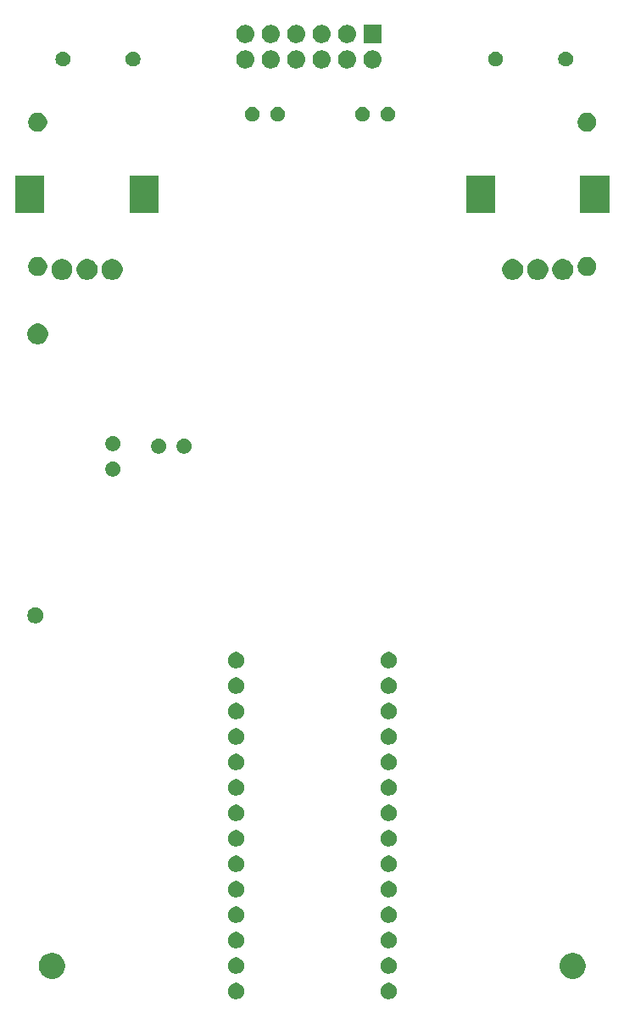
<source format=gbs>
G04 #@! TF.GenerationSoftware,KiCad,Pcbnew,(5.1.2)-2*
G04 #@! TF.CreationDate,2019-11-23T11:04:55-05:00*
G04 #@! TF.ProjectId,tdm_mainboard,74646d5f-6d61-4696-9e62-6f6172642e6b,rev?*
G04 #@! TF.SameCoordinates,Original*
G04 #@! TF.FileFunction,Soldermask,Bot*
G04 #@! TF.FilePolarity,Negative*
%FSLAX46Y46*%
G04 Gerber Fmt 4.6, Leading zero omitted, Abs format (unit mm)*
G04 Created by KiCad (PCBNEW (5.1.2)-2) date 2019-11-23 11:04:55*
%MOMM*%
%LPD*%
G04 APERTURE LIST*
%ADD10C,0.100000*%
G04 APERTURE END LIST*
D10*
G36*
X57857142Y-117728242D02*
G01*
X58005101Y-117789529D01*
X58138255Y-117878499D01*
X58251501Y-117991745D01*
X58340471Y-118124899D01*
X58401758Y-118272858D01*
X58433000Y-118429925D01*
X58433000Y-118590075D01*
X58401758Y-118747142D01*
X58340471Y-118895101D01*
X58251501Y-119028255D01*
X58138255Y-119141501D01*
X58005101Y-119230471D01*
X57857142Y-119291758D01*
X57700075Y-119323000D01*
X57539925Y-119323000D01*
X57382858Y-119291758D01*
X57234899Y-119230471D01*
X57101745Y-119141501D01*
X56988499Y-119028255D01*
X56899529Y-118895101D01*
X56838242Y-118747142D01*
X56807000Y-118590075D01*
X56807000Y-118429925D01*
X56838242Y-118272858D01*
X56899529Y-118124899D01*
X56988499Y-117991745D01*
X57101745Y-117878499D01*
X57234899Y-117789529D01*
X57382858Y-117728242D01*
X57539925Y-117697000D01*
X57700075Y-117697000D01*
X57857142Y-117728242D01*
X57857142Y-117728242D01*
G37*
G36*
X42617142Y-117728242D02*
G01*
X42765101Y-117789529D01*
X42898255Y-117878499D01*
X43011501Y-117991745D01*
X43100471Y-118124899D01*
X43161758Y-118272858D01*
X43193000Y-118429925D01*
X43193000Y-118590075D01*
X43161758Y-118747142D01*
X43100471Y-118895101D01*
X43011501Y-119028255D01*
X42898255Y-119141501D01*
X42765101Y-119230471D01*
X42617142Y-119291758D01*
X42460075Y-119323000D01*
X42299925Y-119323000D01*
X42142858Y-119291758D01*
X41994899Y-119230471D01*
X41861745Y-119141501D01*
X41748499Y-119028255D01*
X41659529Y-118895101D01*
X41598242Y-118747142D01*
X41567000Y-118590075D01*
X41567000Y-118429925D01*
X41598242Y-118272858D01*
X41659529Y-118124899D01*
X41748499Y-117991745D01*
X41861745Y-117878499D01*
X41994899Y-117789529D01*
X42142858Y-117728242D01*
X42299925Y-117697000D01*
X42460075Y-117697000D01*
X42617142Y-117728242D01*
X42617142Y-117728242D01*
G37*
G36*
X24379487Y-114748996D02*
G01*
X24616253Y-114847068D01*
X24616255Y-114847069D01*
X24829339Y-114989447D01*
X25010553Y-115170661D01*
X25122699Y-115338499D01*
X25152932Y-115383747D01*
X25251004Y-115620513D01*
X25301000Y-115871861D01*
X25301000Y-116128139D01*
X25251004Y-116379487D01*
X25159043Y-116601499D01*
X25152931Y-116616255D01*
X25010553Y-116829339D01*
X24829339Y-117010553D01*
X24616255Y-117152931D01*
X24616254Y-117152932D01*
X24616253Y-117152932D01*
X24379487Y-117251004D01*
X24128139Y-117301000D01*
X23871861Y-117301000D01*
X23620513Y-117251004D01*
X23383747Y-117152932D01*
X23383746Y-117152932D01*
X23383745Y-117152931D01*
X23170661Y-117010553D01*
X22989447Y-116829339D01*
X22847069Y-116616255D01*
X22840957Y-116601499D01*
X22748996Y-116379487D01*
X22699000Y-116128139D01*
X22699000Y-115871861D01*
X22748996Y-115620513D01*
X22847068Y-115383747D01*
X22877302Y-115338499D01*
X22989447Y-115170661D01*
X23170661Y-114989447D01*
X23383745Y-114847069D01*
X23383747Y-114847068D01*
X23620513Y-114748996D01*
X23871861Y-114699000D01*
X24128139Y-114699000D01*
X24379487Y-114748996D01*
X24379487Y-114748996D01*
G37*
G36*
X76379487Y-114748996D02*
G01*
X76616253Y-114847068D01*
X76616255Y-114847069D01*
X76829339Y-114989447D01*
X77010553Y-115170661D01*
X77122699Y-115338499D01*
X77152932Y-115383747D01*
X77251004Y-115620513D01*
X77301000Y-115871861D01*
X77301000Y-116128139D01*
X77251004Y-116379487D01*
X77159043Y-116601499D01*
X77152931Y-116616255D01*
X77010553Y-116829339D01*
X76829339Y-117010553D01*
X76616255Y-117152931D01*
X76616254Y-117152932D01*
X76616253Y-117152932D01*
X76379487Y-117251004D01*
X76128139Y-117301000D01*
X75871861Y-117301000D01*
X75620513Y-117251004D01*
X75383747Y-117152932D01*
X75383746Y-117152932D01*
X75383745Y-117152931D01*
X75170661Y-117010553D01*
X74989447Y-116829339D01*
X74847069Y-116616255D01*
X74840957Y-116601499D01*
X74748996Y-116379487D01*
X74699000Y-116128139D01*
X74699000Y-115871861D01*
X74748996Y-115620513D01*
X74847068Y-115383747D01*
X74877302Y-115338499D01*
X74989447Y-115170661D01*
X75170661Y-114989447D01*
X75383745Y-114847069D01*
X75383747Y-114847068D01*
X75620513Y-114748996D01*
X75871861Y-114699000D01*
X76128139Y-114699000D01*
X76379487Y-114748996D01*
X76379487Y-114748996D01*
G37*
G36*
X42617142Y-115188242D02*
G01*
X42765101Y-115249529D01*
X42898255Y-115338499D01*
X43011501Y-115451745D01*
X43100471Y-115584899D01*
X43161758Y-115732858D01*
X43193000Y-115889925D01*
X43193000Y-116050075D01*
X43161758Y-116207142D01*
X43100471Y-116355101D01*
X43011501Y-116488255D01*
X42898255Y-116601501D01*
X42765101Y-116690471D01*
X42617142Y-116751758D01*
X42460075Y-116783000D01*
X42299925Y-116783000D01*
X42142858Y-116751758D01*
X41994899Y-116690471D01*
X41861745Y-116601501D01*
X41748499Y-116488255D01*
X41659529Y-116355101D01*
X41598242Y-116207142D01*
X41567000Y-116050075D01*
X41567000Y-115889925D01*
X41598242Y-115732858D01*
X41659529Y-115584899D01*
X41748499Y-115451745D01*
X41861745Y-115338499D01*
X41994899Y-115249529D01*
X42142858Y-115188242D01*
X42299925Y-115157000D01*
X42460075Y-115157000D01*
X42617142Y-115188242D01*
X42617142Y-115188242D01*
G37*
G36*
X57857142Y-115188242D02*
G01*
X58005101Y-115249529D01*
X58138255Y-115338499D01*
X58251501Y-115451745D01*
X58340471Y-115584899D01*
X58401758Y-115732858D01*
X58433000Y-115889925D01*
X58433000Y-116050075D01*
X58401758Y-116207142D01*
X58340471Y-116355101D01*
X58251501Y-116488255D01*
X58138255Y-116601501D01*
X58005101Y-116690471D01*
X57857142Y-116751758D01*
X57700075Y-116783000D01*
X57539925Y-116783000D01*
X57382858Y-116751758D01*
X57234899Y-116690471D01*
X57101745Y-116601501D01*
X56988499Y-116488255D01*
X56899529Y-116355101D01*
X56838242Y-116207142D01*
X56807000Y-116050075D01*
X56807000Y-115889925D01*
X56838242Y-115732858D01*
X56899529Y-115584899D01*
X56988499Y-115451745D01*
X57101745Y-115338499D01*
X57234899Y-115249529D01*
X57382858Y-115188242D01*
X57539925Y-115157000D01*
X57700075Y-115157000D01*
X57857142Y-115188242D01*
X57857142Y-115188242D01*
G37*
G36*
X57857142Y-112648242D02*
G01*
X58005101Y-112709529D01*
X58138255Y-112798499D01*
X58251501Y-112911745D01*
X58340471Y-113044899D01*
X58401758Y-113192858D01*
X58433000Y-113349925D01*
X58433000Y-113510075D01*
X58401758Y-113667142D01*
X58340471Y-113815101D01*
X58251501Y-113948255D01*
X58138255Y-114061501D01*
X58005101Y-114150471D01*
X57857142Y-114211758D01*
X57700075Y-114243000D01*
X57539925Y-114243000D01*
X57382858Y-114211758D01*
X57234899Y-114150471D01*
X57101745Y-114061501D01*
X56988499Y-113948255D01*
X56899529Y-113815101D01*
X56838242Y-113667142D01*
X56807000Y-113510075D01*
X56807000Y-113349925D01*
X56838242Y-113192858D01*
X56899529Y-113044899D01*
X56988499Y-112911745D01*
X57101745Y-112798499D01*
X57234899Y-112709529D01*
X57382858Y-112648242D01*
X57539925Y-112617000D01*
X57700075Y-112617000D01*
X57857142Y-112648242D01*
X57857142Y-112648242D01*
G37*
G36*
X42617142Y-112648242D02*
G01*
X42765101Y-112709529D01*
X42898255Y-112798499D01*
X43011501Y-112911745D01*
X43100471Y-113044899D01*
X43161758Y-113192858D01*
X43193000Y-113349925D01*
X43193000Y-113510075D01*
X43161758Y-113667142D01*
X43100471Y-113815101D01*
X43011501Y-113948255D01*
X42898255Y-114061501D01*
X42765101Y-114150471D01*
X42617142Y-114211758D01*
X42460075Y-114243000D01*
X42299925Y-114243000D01*
X42142858Y-114211758D01*
X41994899Y-114150471D01*
X41861745Y-114061501D01*
X41748499Y-113948255D01*
X41659529Y-113815101D01*
X41598242Y-113667142D01*
X41567000Y-113510075D01*
X41567000Y-113349925D01*
X41598242Y-113192858D01*
X41659529Y-113044899D01*
X41748499Y-112911745D01*
X41861745Y-112798499D01*
X41994899Y-112709529D01*
X42142858Y-112648242D01*
X42299925Y-112617000D01*
X42460075Y-112617000D01*
X42617142Y-112648242D01*
X42617142Y-112648242D01*
G37*
G36*
X57857142Y-110108242D02*
G01*
X58005101Y-110169529D01*
X58138255Y-110258499D01*
X58251501Y-110371745D01*
X58340471Y-110504899D01*
X58401758Y-110652858D01*
X58433000Y-110809925D01*
X58433000Y-110970075D01*
X58401758Y-111127142D01*
X58340471Y-111275101D01*
X58251501Y-111408255D01*
X58138255Y-111521501D01*
X58005101Y-111610471D01*
X57857142Y-111671758D01*
X57700075Y-111703000D01*
X57539925Y-111703000D01*
X57382858Y-111671758D01*
X57234899Y-111610471D01*
X57101745Y-111521501D01*
X56988499Y-111408255D01*
X56899529Y-111275101D01*
X56838242Y-111127142D01*
X56807000Y-110970075D01*
X56807000Y-110809925D01*
X56838242Y-110652858D01*
X56899529Y-110504899D01*
X56988499Y-110371745D01*
X57101745Y-110258499D01*
X57234899Y-110169529D01*
X57382858Y-110108242D01*
X57539925Y-110077000D01*
X57700075Y-110077000D01*
X57857142Y-110108242D01*
X57857142Y-110108242D01*
G37*
G36*
X42617142Y-110108242D02*
G01*
X42765101Y-110169529D01*
X42898255Y-110258499D01*
X43011501Y-110371745D01*
X43100471Y-110504899D01*
X43161758Y-110652858D01*
X43193000Y-110809925D01*
X43193000Y-110970075D01*
X43161758Y-111127142D01*
X43100471Y-111275101D01*
X43011501Y-111408255D01*
X42898255Y-111521501D01*
X42765101Y-111610471D01*
X42617142Y-111671758D01*
X42460075Y-111703000D01*
X42299925Y-111703000D01*
X42142858Y-111671758D01*
X41994899Y-111610471D01*
X41861745Y-111521501D01*
X41748499Y-111408255D01*
X41659529Y-111275101D01*
X41598242Y-111127142D01*
X41567000Y-110970075D01*
X41567000Y-110809925D01*
X41598242Y-110652858D01*
X41659529Y-110504899D01*
X41748499Y-110371745D01*
X41861745Y-110258499D01*
X41994899Y-110169529D01*
X42142858Y-110108242D01*
X42299925Y-110077000D01*
X42460075Y-110077000D01*
X42617142Y-110108242D01*
X42617142Y-110108242D01*
G37*
G36*
X57857142Y-107568242D02*
G01*
X58005101Y-107629529D01*
X58138255Y-107718499D01*
X58251501Y-107831745D01*
X58340471Y-107964899D01*
X58401758Y-108112858D01*
X58433000Y-108269925D01*
X58433000Y-108430075D01*
X58401758Y-108587142D01*
X58340471Y-108735101D01*
X58251501Y-108868255D01*
X58138255Y-108981501D01*
X58005101Y-109070471D01*
X57857142Y-109131758D01*
X57700075Y-109163000D01*
X57539925Y-109163000D01*
X57382858Y-109131758D01*
X57234899Y-109070471D01*
X57101745Y-108981501D01*
X56988499Y-108868255D01*
X56899529Y-108735101D01*
X56838242Y-108587142D01*
X56807000Y-108430075D01*
X56807000Y-108269925D01*
X56838242Y-108112858D01*
X56899529Y-107964899D01*
X56988499Y-107831745D01*
X57101745Y-107718499D01*
X57234899Y-107629529D01*
X57382858Y-107568242D01*
X57539925Y-107537000D01*
X57700075Y-107537000D01*
X57857142Y-107568242D01*
X57857142Y-107568242D01*
G37*
G36*
X42617142Y-107568242D02*
G01*
X42765101Y-107629529D01*
X42898255Y-107718499D01*
X43011501Y-107831745D01*
X43100471Y-107964899D01*
X43161758Y-108112858D01*
X43193000Y-108269925D01*
X43193000Y-108430075D01*
X43161758Y-108587142D01*
X43100471Y-108735101D01*
X43011501Y-108868255D01*
X42898255Y-108981501D01*
X42765101Y-109070471D01*
X42617142Y-109131758D01*
X42460075Y-109163000D01*
X42299925Y-109163000D01*
X42142858Y-109131758D01*
X41994899Y-109070471D01*
X41861745Y-108981501D01*
X41748499Y-108868255D01*
X41659529Y-108735101D01*
X41598242Y-108587142D01*
X41567000Y-108430075D01*
X41567000Y-108269925D01*
X41598242Y-108112858D01*
X41659529Y-107964899D01*
X41748499Y-107831745D01*
X41861745Y-107718499D01*
X41994899Y-107629529D01*
X42142858Y-107568242D01*
X42299925Y-107537000D01*
X42460075Y-107537000D01*
X42617142Y-107568242D01*
X42617142Y-107568242D01*
G37*
G36*
X42617142Y-105028242D02*
G01*
X42765101Y-105089529D01*
X42898255Y-105178499D01*
X43011501Y-105291745D01*
X43100471Y-105424899D01*
X43161758Y-105572858D01*
X43193000Y-105729925D01*
X43193000Y-105890075D01*
X43161758Y-106047142D01*
X43100471Y-106195101D01*
X43011501Y-106328255D01*
X42898255Y-106441501D01*
X42765101Y-106530471D01*
X42617142Y-106591758D01*
X42460075Y-106623000D01*
X42299925Y-106623000D01*
X42142858Y-106591758D01*
X41994899Y-106530471D01*
X41861745Y-106441501D01*
X41748499Y-106328255D01*
X41659529Y-106195101D01*
X41598242Y-106047142D01*
X41567000Y-105890075D01*
X41567000Y-105729925D01*
X41598242Y-105572858D01*
X41659529Y-105424899D01*
X41748499Y-105291745D01*
X41861745Y-105178499D01*
X41994899Y-105089529D01*
X42142858Y-105028242D01*
X42299925Y-104997000D01*
X42460075Y-104997000D01*
X42617142Y-105028242D01*
X42617142Y-105028242D01*
G37*
G36*
X57857142Y-105028242D02*
G01*
X58005101Y-105089529D01*
X58138255Y-105178499D01*
X58251501Y-105291745D01*
X58340471Y-105424899D01*
X58401758Y-105572858D01*
X58433000Y-105729925D01*
X58433000Y-105890075D01*
X58401758Y-106047142D01*
X58340471Y-106195101D01*
X58251501Y-106328255D01*
X58138255Y-106441501D01*
X58005101Y-106530471D01*
X57857142Y-106591758D01*
X57700075Y-106623000D01*
X57539925Y-106623000D01*
X57382858Y-106591758D01*
X57234899Y-106530471D01*
X57101745Y-106441501D01*
X56988499Y-106328255D01*
X56899529Y-106195101D01*
X56838242Y-106047142D01*
X56807000Y-105890075D01*
X56807000Y-105729925D01*
X56838242Y-105572858D01*
X56899529Y-105424899D01*
X56988499Y-105291745D01*
X57101745Y-105178499D01*
X57234899Y-105089529D01*
X57382858Y-105028242D01*
X57539925Y-104997000D01*
X57700075Y-104997000D01*
X57857142Y-105028242D01*
X57857142Y-105028242D01*
G37*
G36*
X42617142Y-102488242D02*
G01*
X42765101Y-102549529D01*
X42898255Y-102638499D01*
X43011501Y-102751745D01*
X43100471Y-102884899D01*
X43161758Y-103032858D01*
X43193000Y-103189925D01*
X43193000Y-103350075D01*
X43161758Y-103507142D01*
X43100471Y-103655101D01*
X43011501Y-103788255D01*
X42898255Y-103901501D01*
X42765101Y-103990471D01*
X42617142Y-104051758D01*
X42460075Y-104083000D01*
X42299925Y-104083000D01*
X42142858Y-104051758D01*
X41994899Y-103990471D01*
X41861745Y-103901501D01*
X41748499Y-103788255D01*
X41659529Y-103655101D01*
X41598242Y-103507142D01*
X41567000Y-103350075D01*
X41567000Y-103189925D01*
X41598242Y-103032858D01*
X41659529Y-102884899D01*
X41748499Y-102751745D01*
X41861745Y-102638499D01*
X41994899Y-102549529D01*
X42142858Y-102488242D01*
X42299925Y-102457000D01*
X42460075Y-102457000D01*
X42617142Y-102488242D01*
X42617142Y-102488242D01*
G37*
G36*
X57857142Y-102488242D02*
G01*
X58005101Y-102549529D01*
X58138255Y-102638499D01*
X58251501Y-102751745D01*
X58340471Y-102884899D01*
X58401758Y-103032858D01*
X58433000Y-103189925D01*
X58433000Y-103350075D01*
X58401758Y-103507142D01*
X58340471Y-103655101D01*
X58251501Y-103788255D01*
X58138255Y-103901501D01*
X58005101Y-103990471D01*
X57857142Y-104051758D01*
X57700075Y-104083000D01*
X57539925Y-104083000D01*
X57382858Y-104051758D01*
X57234899Y-103990471D01*
X57101745Y-103901501D01*
X56988499Y-103788255D01*
X56899529Y-103655101D01*
X56838242Y-103507142D01*
X56807000Y-103350075D01*
X56807000Y-103189925D01*
X56838242Y-103032858D01*
X56899529Y-102884899D01*
X56988499Y-102751745D01*
X57101745Y-102638499D01*
X57234899Y-102549529D01*
X57382858Y-102488242D01*
X57539925Y-102457000D01*
X57700075Y-102457000D01*
X57857142Y-102488242D01*
X57857142Y-102488242D01*
G37*
G36*
X42617142Y-99948242D02*
G01*
X42765101Y-100009529D01*
X42898255Y-100098499D01*
X43011501Y-100211745D01*
X43100471Y-100344899D01*
X43161758Y-100492858D01*
X43193000Y-100649925D01*
X43193000Y-100810075D01*
X43161758Y-100967142D01*
X43100471Y-101115101D01*
X43011501Y-101248255D01*
X42898255Y-101361501D01*
X42765101Y-101450471D01*
X42617142Y-101511758D01*
X42460075Y-101543000D01*
X42299925Y-101543000D01*
X42142858Y-101511758D01*
X41994899Y-101450471D01*
X41861745Y-101361501D01*
X41748499Y-101248255D01*
X41659529Y-101115101D01*
X41598242Y-100967142D01*
X41567000Y-100810075D01*
X41567000Y-100649925D01*
X41598242Y-100492858D01*
X41659529Y-100344899D01*
X41748499Y-100211745D01*
X41861745Y-100098499D01*
X41994899Y-100009529D01*
X42142858Y-99948242D01*
X42299925Y-99917000D01*
X42460075Y-99917000D01*
X42617142Y-99948242D01*
X42617142Y-99948242D01*
G37*
G36*
X57857142Y-99948242D02*
G01*
X58005101Y-100009529D01*
X58138255Y-100098499D01*
X58251501Y-100211745D01*
X58340471Y-100344899D01*
X58401758Y-100492858D01*
X58433000Y-100649925D01*
X58433000Y-100810075D01*
X58401758Y-100967142D01*
X58340471Y-101115101D01*
X58251501Y-101248255D01*
X58138255Y-101361501D01*
X58005101Y-101450471D01*
X57857142Y-101511758D01*
X57700075Y-101543000D01*
X57539925Y-101543000D01*
X57382858Y-101511758D01*
X57234899Y-101450471D01*
X57101745Y-101361501D01*
X56988499Y-101248255D01*
X56899529Y-101115101D01*
X56838242Y-100967142D01*
X56807000Y-100810075D01*
X56807000Y-100649925D01*
X56838242Y-100492858D01*
X56899529Y-100344899D01*
X56988499Y-100211745D01*
X57101745Y-100098499D01*
X57234899Y-100009529D01*
X57382858Y-99948242D01*
X57539925Y-99917000D01*
X57700075Y-99917000D01*
X57857142Y-99948242D01*
X57857142Y-99948242D01*
G37*
G36*
X57857142Y-97408242D02*
G01*
X58005101Y-97469529D01*
X58138255Y-97558499D01*
X58251501Y-97671745D01*
X58340471Y-97804899D01*
X58401758Y-97952858D01*
X58433000Y-98109925D01*
X58433000Y-98270075D01*
X58401758Y-98427142D01*
X58340471Y-98575101D01*
X58251501Y-98708255D01*
X58138255Y-98821501D01*
X58005101Y-98910471D01*
X57857142Y-98971758D01*
X57700075Y-99003000D01*
X57539925Y-99003000D01*
X57382858Y-98971758D01*
X57234899Y-98910471D01*
X57101745Y-98821501D01*
X56988499Y-98708255D01*
X56899529Y-98575101D01*
X56838242Y-98427142D01*
X56807000Y-98270075D01*
X56807000Y-98109925D01*
X56838242Y-97952858D01*
X56899529Y-97804899D01*
X56988499Y-97671745D01*
X57101745Y-97558499D01*
X57234899Y-97469529D01*
X57382858Y-97408242D01*
X57539925Y-97377000D01*
X57700075Y-97377000D01*
X57857142Y-97408242D01*
X57857142Y-97408242D01*
G37*
G36*
X42617142Y-97408242D02*
G01*
X42765101Y-97469529D01*
X42898255Y-97558499D01*
X43011501Y-97671745D01*
X43100471Y-97804899D01*
X43161758Y-97952858D01*
X43193000Y-98109925D01*
X43193000Y-98270075D01*
X43161758Y-98427142D01*
X43100471Y-98575101D01*
X43011501Y-98708255D01*
X42898255Y-98821501D01*
X42765101Y-98910471D01*
X42617142Y-98971758D01*
X42460075Y-99003000D01*
X42299925Y-99003000D01*
X42142858Y-98971758D01*
X41994899Y-98910471D01*
X41861745Y-98821501D01*
X41748499Y-98708255D01*
X41659529Y-98575101D01*
X41598242Y-98427142D01*
X41567000Y-98270075D01*
X41567000Y-98109925D01*
X41598242Y-97952858D01*
X41659529Y-97804899D01*
X41748499Y-97671745D01*
X41861745Y-97558499D01*
X41994899Y-97469529D01*
X42142858Y-97408242D01*
X42299925Y-97377000D01*
X42460075Y-97377000D01*
X42617142Y-97408242D01*
X42617142Y-97408242D01*
G37*
G36*
X57857142Y-94868242D02*
G01*
X58005101Y-94929529D01*
X58138255Y-95018499D01*
X58251501Y-95131745D01*
X58340471Y-95264899D01*
X58401758Y-95412858D01*
X58433000Y-95569925D01*
X58433000Y-95730075D01*
X58401758Y-95887142D01*
X58340471Y-96035101D01*
X58251501Y-96168255D01*
X58138255Y-96281501D01*
X58005101Y-96370471D01*
X57857142Y-96431758D01*
X57700075Y-96463000D01*
X57539925Y-96463000D01*
X57382858Y-96431758D01*
X57234899Y-96370471D01*
X57101745Y-96281501D01*
X56988499Y-96168255D01*
X56899529Y-96035101D01*
X56838242Y-95887142D01*
X56807000Y-95730075D01*
X56807000Y-95569925D01*
X56838242Y-95412858D01*
X56899529Y-95264899D01*
X56988499Y-95131745D01*
X57101745Y-95018499D01*
X57234899Y-94929529D01*
X57382858Y-94868242D01*
X57539925Y-94837000D01*
X57700075Y-94837000D01*
X57857142Y-94868242D01*
X57857142Y-94868242D01*
G37*
G36*
X42617142Y-94868242D02*
G01*
X42765101Y-94929529D01*
X42898255Y-95018499D01*
X43011501Y-95131745D01*
X43100471Y-95264899D01*
X43161758Y-95412858D01*
X43193000Y-95569925D01*
X43193000Y-95730075D01*
X43161758Y-95887142D01*
X43100471Y-96035101D01*
X43011501Y-96168255D01*
X42898255Y-96281501D01*
X42765101Y-96370471D01*
X42617142Y-96431758D01*
X42460075Y-96463000D01*
X42299925Y-96463000D01*
X42142858Y-96431758D01*
X41994899Y-96370471D01*
X41861745Y-96281501D01*
X41748499Y-96168255D01*
X41659529Y-96035101D01*
X41598242Y-95887142D01*
X41567000Y-95730075D01*
X41567000Y-95569925D01*
X41598242Y-95412858D01*
X41659529Y-95264899D01*
X41748499Y-95131745D01*
X41861745Y-95018499D01*
X41994899Y-94929529D01*
X42142858Y-94868242D01*
X42299925Y-94837000D01*
X42460075Y-94837000D01*
X42617142Y-94868242D01*
X42617142Y-94868242D01*
G37*
G36*
X57857142Y-92328242D02*
G01*
X58005101Y-92389529D01*
X58138255Y-92478499D01*
X58251501Y-92591745D01*
X58340471Y-92724899D01*
X58401758Y-92872858D01*
X58433000Y-93029925D01*
X58433000Y-93190075D01*
X58401758Y-93347142D01*
X58340471Y-93495101D01*
X58251501Y-93628255D01*
X58138255Y-93741501D01*
X58005101Y-93830471D01*
X57857142Y-93891758D01*
X57700075Y-93923000D01*
X57539925Y-93923000D01*
X57382858Y-93891758D01*
X57234899Y-93830471D01*
X57101745Y-93741501D01*
X56988499Y-93628255D01*
X56899529Y-93495101D01*
X56838242Y-93347142D01*
X56807000Y-93190075D01*
X56807000Y-93029925D01*
X56838242Y-92872858D01*
X56899529Y-92724899D01*
X56988499Y-92591745D01*
X57101745Y-92478499D01*
X57234899Y-92389529D01*
X57382858Y-92328242D01*
X57539925Y-92297000D01*
X57700075Y-92297000D01*
X57857142Y-92328242D01*
X57857142Y-92328242D01*
G37*
G36*
X42617142Y-92328242D02*
G01*
X42765101Y-92389529D01*
X42898255Y-92478499D01*
X43011501Y-92591745D01*
X43100471Y-92724899D01*
X43161758Y-92872858D01*
X43193000Y-93029925D01*
X43193000Y-93190075D01*
X43161758Y-93347142D01*
X43100471Y-93495101D01*
X43011501Y-93628255D01*
X42898255Y-93741501D01*
X42765101Y-93830471D01*
X42617142Y-93891758D01*
X42460075Y-93923000D01*
X42299925Y-93923000D01*
X42142858Y-93891758D01*
X41994899Y-93830471D01*
X41861745Y-93741501D01*
X41748499Y-93628255D01*
X41659529Y-93495101D01*
X41598242Y-93347142D01*
X41567000Y-93190075D01*
X41567000Y-93029925D01*
X41598242Y-92872858D01*
X41659529Y-92724899D01*
X41748499Y-92591745D01*
X41861745Y-92478499D01*
X41994899Y-92389529D01*
X42142858Y-92328242D01*
X42299925Y-92297000D01*
X42460075Y-92297000D01*
X42617142Y-92328242D01*
X42617142Y-92328242D01*
G37*
G36*
X57857142Y-89788242D02*
G01*
X58005101Y-89849529D01*
X58138255Y-89938499D01*
X58251501Y-90051745D01*
X58340471Y-90184899D01*
X58401758Y-90332858D01*
X58433000Y-90489925D01*
X58433000Y-90650075D01*
X58401758Y-90807142D01*
X58340471Y-90955101D01*
X58251501Y-91088255D01*
X58138255Y-91201501D01*
X58005101Y-91290471D01*
X57857142Y-91351758D01*
X57700075Y-91383000D01*
X57539925Y-91383000D01*
X57382858Y-91351758D01*
X57234899Y-91290471D01*
X57101745Y-91201501D01*
X56988499Y-91088255D01*
X56899529Y-90955101D01*
X56838242Y-90807142D01*
X56807000Y-90650075D01*
X56807000Y-90489925D01*
X56838242Y-90332858D01*
X56899529Y-90184899D01*
X56988499Y-90051745D01*
X57101745Y-89938499D01*
X57234899Y-89849529D01*
X57382858Y-89788242D01*
X57539925Y-89757000D01*
X57700075Y-89757000D01*
X57857142Y-89788242D01*
X57857142Y-89788242D01*
G37*
G36*
X42617142Y-89788242D02*
G01*
X42765101Y-89849529D01*
X42898255Y-89938499D01*
X43011501Y-90051745D01*
X43100471Y-90184899D01*
X43161758Y-90332858D01*
X43193000Y-90489925D01*
X43193000Y-90650075D01*
X43161758Y-90807142D01*
X43100471Y-90955101D01*
X43011501Y-91088255D01*
X42898255Y-91201501D01*
X42765101Y-91290471D01*
X42617142Y-91351758D01*
X42460075Y-91383000D01*
X42299925Y-91383000D01*
X42142858Y-91351758D01*
X41994899Y-91290471D01*
X41861745Y-91201501D01*
X41748499Y-91088255D01*
X41659529Y-90955101D01*
X41598242Y-90807142D01*
X41567000Y-90650075D01*
X41567000Y-90489925D01*
X41598242Y-90332858D01*
X41659529Y-90184899D01*
X41748499Y-90051745D01*
X41861745Y-89938499D01*
X41994899Y-89849529D01*
X42142858Y-89788242D01*
X42299925Y-89757000D01*
X42460075Y-89757000D01*
X42617142Y-89788242D01*
X42617142Y-89788242D01*
G37*
G36*
X57857142Y-87248242D02*
G01*
X58005101Y-87309529D01*
X58138255Y-87398499D01*
X58251501Y-87511745D01*
X58340471Y-87644899D01*
X58401758Y-87792858D01*
X58433000Y-87949925D01*
X58433000Y-88110075D01*
X58401758Y-88267142D01*
X58340471Y-88415101D01*
X58251501Y-88548255D01*
X58138255Y-88661501D01*
X58005101Y-88750471D01*
X57857142Y-88811758D01*
X57700075Y-88843000D01*
X57539925Y-88843000D01*
X57382858Y-88811758D01*
X57234899Y-88750471D01*
X57101745Y-88661501D01*
X56988499Y-88548255D01*
X56899529Y-88415101D01*
X56838242Y-88267142D01*
X56807000Y-88110075D01*
X56807000Y-87949925D01*
X56838242Y-87792858D01*
X56899529Y-87644899D01*
X56988499Y-87511745D01*
X57101745Y-87398499D01*
X57234899Y-87309529D01*
X57382858Y-87248242D01*
X57539925Y-87217000D01*
X57700075Y-87217000D01*
X57857142Y-87248242D01*
X57857142Y-87248242D01*
G37*
G36*
X42617142Y-87248242D02*
G01*
X42765101Y-87309529D01*
X42898255Y-87398499D01*
X43011501Y-87511745D01*
X43100471Y-87644899D01*
X43161758Y-87792858D01*
X43193000Y-87949925D01*
X43193000Y-88110075D01*
X43161758Y-88267142D01*
X43100471Y-88415101D01*
X43011501Y-88548255D01*
X42898255Y-88661501D01*
X42765101Y-88750471D01*
X42617142Y-88811758D01*
X42460075Y-88843000D01*
X42299925Y-88843000D01*
X42142858Y-88811758D01*
X41994899Y-88750471D01*
X41861745Y-88661501D01*
X41748499Y-88548255D01*
X41659529Y-88415101D01*
X41598242Y-88267142D01*
X41567000Y-88110075D01*
X41567000Y-87949925D01*
X41598242Y-87792858D01*
X41659529Y-87644899D01*
X41748499Y-87511745D01*
X41861745Y-87398499D01*
X41994899Y-87309529D01*
X42142858Y-87248242D01*
X42299925Y-87217000D01*
X42460075Y-87217000D01*
X42617142Y-87248242D01*
X42617142Y-87248242D01*
G37*
G36*
X42617142Y-84708242D02*
G01*
X42765101Y-84769529D01*
X42898255Y-84858499D01*
X43011501Y-84971745D01*
X43100471Y-85104899D01*
X43161758Y-85252858D01*
X43193000Y-85409925D01*
X43193000Y-85570075D01*
X43161758Y-85727142D01*
X43100471Y-85875101D01*
X43011501Y-86008255D01*
X42898255Y-86121501D01*
X42765101Y-86210471D01*
X42617142Y-86271758D01*
X42460075Y-86303000D01*
X42299925Y-86303000D01*
X42142858Y-86271758D01*
X41994899Y-86210471D01*
X41861745Y-86121501D01*
X41748499Y-86008255D01*
X41659529Y-85875101D01*
X41598242Y-85727142D01*
X41567000Y-85570075D01*
X41567000Y-85409925D01*
X41598242Y-85252858D01*
X41659529Y-85104899D01*
X41748499Y-84971745D01*
X41861745Y-84858499D01*
X41994899Y-84769529D01*
X42142858Y-84708242D01*
X42299925Y-84677000D01*
X42460075Y-84677000D01*
X42617142Y-84708242D01*
X42617142Y-84708242D01*
G37*
G36*
X57857142Y-84708242D02*
G01*
X58005101Y-84769529D01*
X58138255Y-84858499D01*
X58251501Y-84971745D01*
X58340471Y-85104899D01*
X58401758Y-85252858D01*
X58433000Y-85409925D01*
X58433000Y-85570075D01*
X58401758Y-85727142D01*
X58340471Y-85875101D01*
X58251501Y-86008255D01*
X58138255Y-86121501D01*
X58005101Y-86210471D01*
X57857142Y-86271758D01*
X57700075Y-86303000D01*
X57539925Y-86303000D01*
X57382858Y-86271758D01*
X57234899Y-86210471D01*
X57101745Y-86121501D01*
X56988499Y-86008255D01*
X56899529Y-85875101D01*
X56838242Y-85727142D01*
X56807000Y-85570075D01*
X56807000Y-85409925D01*
X56838242Y-85252858D01*
X56899529Y-85104899D01*
X56988499Y-84971745D01*
X57101745Y-84858499D01*
X57234899Y-84769529D01*
X57382858Y-84708242D01*
X57539925Y-84677000D01*
X57700075Y-84677000D01*
X57857142Y-84708242D01*
X57857142Y-84708242D01*
G37*
G36*
X22585642Y-80255781D02*
G01*
X22731414Y-80316162D01*
X22731416Y-80316163D01*
X22862608Y-80403822D01*
X22974178Y-80515392D01*
X23061837Y-80646584D01*
X23061838Y-80646586D01*
X23122219Y-80792358D01*
X23153000Y-80947107D01*
X23153000Y-81104893D01*
X23122219Y-81259642D01*
X23061838Y-81405414D01*
X23061837Y-81405416D01*
X22974178Y-81536608D01*
X22862608Y-81648178D01*
X22731416Y-81735837D01*
X22731415Y-81735838D01*
X22731414Y-81735838D01*
X22585642Y-81796219D01*
X22430893Y-81827000D01*
X22273107Y-81827000D01*
X22118358Y-81796219D01*
X21972586Y-81735838D01*
X21972585Y-81735838D01*
X21972584Y-81735837D01*
X21841392Y-81648178D01*
X21729822Y-81536608D01*
X21642163Y-81405416D01*
X21642162Y-81405414D01*
X21581781Y-81259642D01*
X21551000Y-81104893D01*
X21551000Y-80947107D01*
X21581781Y-80792358D01*
X21642162Y-80646586D01*
X21642163Y-80646584D01*
X21729822Y-80515392D01*
X21841392Y-80403822D01*
X21972584Y-80316163D01*
X21972586Y-80316162D01*
X22118358Y-80255781D01*
X22273107Y-80225000D01*
X22430893Y-80225000D01*
X22585642Y-80255781D01*
X22585642Y-80255781D01*
G37*
G36*
X30318059Y-65698860D02*
G01*
X30454732Y-65755472D01*
X30577735Y-65837660D01*
X30682340Y-65942265D01*
X30764528Y-66065268D01*
X30821140Y-66201941D01*
X30850000Y-66347033D01*
X30850000Y-66494967D01*
X30821140Y-66640059D01*
X30764528Y-66776732D01*
X30682340Y-66899735D01*
X30577735Y-67004340D01*
X30454732Y-67086528D01*
X30454731Y-67086529D01*
X30454730Y-67086529D01*
X30318059Y-67143140D01*
X30172968Y-67172000D01*
X30025032Y-67172000D01*
X29879941Y-67143140D01*
X29743270Y-67086529D01*
X29743269Y-67086529D01*
X29743268Y-67086528D01*
X29620265Y-67004340D01*
X29515660Y-66899735D01*
X29433472Y-66776732D01*
X29376860Y-66640059D01*
X29348000Y-66494967D01*
X29348000Y-66347033D01*
X29376860Y-66201941D01*
X29433472Y-66065268D01*
X29515660Y-65942265D01*
X29620265Y-65837660D01*
X29743268Y-65755472D01*
X29879941Y-65698860D01*
X30025032Y-65670000D01*
X30172968Y-65670000D01*
X30318059Y-65698860D01*
X30318059Y-65698860D01*
G37*
G36*
X37430059Y-63412860D02*
G01*
X37566732Y-63469472D01*
X37689735Y-63551660D01*
X37794340Y-63656265D01*
X37876528Y-63779268D01*
X37933140Y-63915941D01*
X37962000Y-64061033D01*
X37962000Y-64208967D01*
X37933140Y-64354059D01*
X37876528Y-64490732D01*
X37794340Y-64613735D01*
X37689735Y-64718340D01*
X37566732Y-64800528D01*
X37566731Y-64800529D01*
X37566730Y-64800529D01*
X37430059Y-64857140D01*
X37284968Y-64886000D01*
X37137032Y-64886000D01*
X36991941Y-64857140D01*
X36855270Y-64800529D01*
X36855269Y-64800529D01*
X36855268Y-64800528D01*
X36732265Y-64718340D01*
X36627660Y-64613735D01*
X36545472Y-64490732D01*
X36488860Y-64354059D01*
X36460000Y-64208967D01*
X36460000Y-64061033D01*
X36488860Y-63915941D01*
X36545472Y-63779268D01*
X36627660Y-63656265D01*
X36732265Y-63551660D01*
X36855268Y-63469472D01*
X36991941Y-63412860D01*
X37137032Y-63384000D01*
X37284968Y-63384000D01*
X37430059Y-63412860D01*
X37430059Y-63412860D01*
G37*
G36*
X34890059Y-63412860D02*
G01*
X35026732Y-63469472D01*
X35149735Y-63551660D01*
X35254340Y-63656265D01*
X35336528Y-63779268D01*
X35393140Y-63915941D01*
X35422000Y-64061033D01*
X35422000Y-64208967D01*
X35393140Y-64354059D01*
X35336528Y-64490732D01*
X35254340Y-64613735D01*
X35149735Y-64718340D01*
X35026732Y-64800528D01*
X35026731Y-64800529D01*
X35026730Y-64800529D01*
X34890059Y-64857140D01*
X34744968Y-64886000D01*
X34597032Y-64886000D01*
X34451941Y-64857140D01*
X34315270Y-64800529D01*
X34315269Y-64800529D01*
X34315268Y-64800528D01*
X34192265Y-64718340D01*
X34087660Y-64613735D01*
X34005472Y-64490732D01*
X33948860Y-64354059D01*
X33920000Y-64208967D01*
X33920000Y-64061033D01*
X33948860Y-63915941D01*
X34005472Y-63779268D01*
X34087660Y-63656265D01*
X34192265Y-63551660D01*
X34315268Y-63469472D01*
X34451941Y-63412860D01*
X34597032Y-63384000D01*
X34744968Y-63384000D01*
X34890059Y-63412860D01*
X34890059Y-63412860D01*
G37*
G36*
X30318059Y-63158860D02*
G01*
X30454732Y-63215472D01*
X30577735Y-63297660D01*
X30682340Y-63402265D01*
X30764528Y-63525268D01*
X30821140Y-63661941D01*
X30850000Y-63807033D01*
X30850000Y-63954967D01*
X30821140Y-64100059D01*
X30764528Y-64236732D01*
X30682340Y-64359735D01*
X30577735Y-64464340D01*
X30454732Y-64546528D01*
X30454731Y-64546529D01*
X30454730Y-64546529D01*
X30318059Y-64603140D01*
X30172968Y-64632000D01*
X30025032Y-64632000D01*
X29879941Y-64603140D01*
X29743270Y-64546529D01*
X29743269Y-64546529D01*
X29743268Y-64546528D01*
X29620265Y-64464340D01*
X29515660Y-64359735D01*
X29433472Y-64236732D01*
X29376860Y-64100059D01*
X29348000Y-63954967D01*
X29348000Y-63807033D01*
X29376860Y-63661941D01*
X29433472Y-63525268D01*
X29515660Y-63402265D01*
X29620265Y-63297660D01*
X29743268Y-63215472D01*
X29879941Y-63158860D01*
X30025032Y-63130000D01*
X30172968Y-63130000D01*
X30318059Y-63158860D01*
X30318059Y-63158860D01*
G37*
G36*
X22873647Y-51939004D02*
G01*
X23063097Y-52017477D01*
X23063098Y-52017478D01*
X23233599Y-52131402D01*
X23378598Y-52276401D01*
X23454719Y-52390326D01*
X23492523Y-52446903D01*
X23570996Y-52636353D01*
X23611000Y-52837469D01*
X23611000Y-53042531D01*
X23570996Y-53243647D01*
X23492523Y-53433097D01*
X23492522Y-53433098D01*
X23378598Y-53603599D01*
X23233599Y-53748598D01*
X23119674Y-53824719D01*
X23063097Y-53862523D01*
X22873647Y-53940996D01*
X22672531Y-53981000D01*
X22467469Y-53981000D01*
X22266353Y-53940996D01*
X22076903Y-53862523D01*
X22020326Y-53824719D01*
X21906401Y-53748598D01*
X21761402Y-53603599D01*
X21647478Y-53433098D01*
X21647477Y-53433097D01*
X21569004Y-53243647D01*
X21529000Y-53042531D01*
X21529000Y-52837469D01*
X21569004Y-52636353D01*
X21647477Y-52446903D01*
X21685281Y-52390326D01*
X21761402Y-52276401D01*
X21906401Y-52131402D01*
X22076902Y-52017478D01*
X22076903Y-52017477D01*
X22266353Y-51939004D01*
X22467469Y-51899000D01*
X22672531Y-51899000D01*
X22873647Y-51939004D01*
X22873647Y-51939004D01*
G37*
G36*
X25306564Y-45489389D02*
G01*
X25497833Y-45568615D01*
X25497835Y-45568616D01*
X25557606Y-45608554D01*
X25669973Y-45683635D01*
X25816365Y-45830027D01*
X25931385Y-46002167D01*
X26010611Y-46193436D01*
X26051000Y-46396484D01*
X26051000Y-46603516D01*
X26010611Y-46806564D01*
X25954154Y-46942864D01*
X25931384Y-46997835D01*
X25816365Y-47169973D01*
X25669973Y-47316365D01*
X25497835Y-47431384D01*
X25497834Y-47431385D01*
X25497833Y-47431385D01*
X25306564Y-47510611D01*
X25103516Y-47551000D01*
X24896484Y-47551000D01*
X24693436Y-47510611D01*
X24502167Y-47431385D01*
X24502166Y-47431385D01*
X24502165Y-47431384D01*
X24330027Y-47316365D01*
X24183635Y-47169973D01*
X24068616Y-46997835D01*
X24045846Y-46942864D01*
X23989389Y-46806564D01*
X23949000Y-46603516D01*
X23949000Y-46396484D01*
X23989389Y-46193436D01*
X24068615Y-46002167D01*
X24183635Y-45830027D01*
X24330027Y-45683635D01*
X24442394Y-45608554D01*
X24502165Y-45568616D01*
X24502167Y-45568615D01*
X24693436Y-45489389D01*
X24896484Y-45449000D01*
X25103516Y-45449000D01*
X25306564Y-45489389D01*
X25306564Y-45489389D01*
G37*
G36*
X30306564Y-45489389D02*
G01*
X30497833Y-45568615D01*
X30497835Y-45568616D01*
X30557606Y-45608554D01*
X30669973Y-45683635D01*
X30816365Y-45830027D01*
X30931385Y-46002167D01*
X31010611Y-46193436D01*
X31051000Y-46396484D01*
X31051000Y-46603516D01*
X31010611Y-46806564D01*
X30954154Y-46942864D01*
X30931384Y-46997835D01*
X30816365Y-47169973D01*
X30669973Y-47316365D01*
X30497835Y-47431384D01*
X30497834Y-47431385D01*
X30497833Y-47431385D01*
X30306564Y-47510611D01*
X30103516Y-47551000D01*
X29896484Y-47551000D01*
X29693436Y-47510611D01*
X29502167Y-47431385D01*
X29502166Y-47431385D01*
X29502165Y-47431384D01*
X29330027Y-47316365D01*
X29183635Y-47169973D01*
X29068616Y-46997835D01*
X29045846Y-46942864D01*
X28989389Y-46806564D01*
X28949000Y-46603516D01*
X28949000Y-46396484D01*
X28989389Y-46193436D01*
X29068615Y-46002167D01*
X29183635Y-45830027D01*
X29330027Y-45683635D01*
X29442394Y-45608554D01*
X29502165Y-45568616D01*
X29502167Y-45568615D01*
X29693436Y-45489389D01*
X29896484Y-45449000D01*
X30103516Y-45449000D01*
X30306564Y-45489389D01*
X30306564Y-45489389D01*
G37*
G36*
X27806564Y-45489389D02*
G01*
X27997833Y-45568615D01*
X27997835Y-45568616D01*
X28057606Y-45608554D01*
X28169973Y-45683635D01*
X28316365Y-45830027D01*
X28431385Y-46002167D01*
X28510611Y-46193436D01*
X28551000Y-46396484D01*
X28551000Y-46603516D01*
X28510611Y-46806564D01*
X28454154Y-46942864D01*
X28431384Y-46997835D01*
X28316365Y-47169973D01*
X28169973Y-47316365D01*
X27997835Y-47431384D01*
X27997834Y-47431385D01*
X27997833Y-47431385D01*
X27806564Y-47510611D01*
X27603516Y-47551000D01*
X27396484Y-47551000D01*
X27193436Y-47510611D01*
X27002167Y-47431385D01*
X27002166Y-47431385D01*
X27002165Y-47431384D01*
X26830027Y-47316365D01*
X26683635Y-47169973D01*
X26568616Y-46997835D01*
X26545846Y-46942864D01*
X26489389Y-46806564D01*
X26449000Y-46603516D01*
X26449000Y-46396484D01*
X26489389Y-46193436D01*
X26568615Y-46002167D01*
X26683635Y-45830027D01*
X26830027Y-45683635D01*
X26942394Y-45608554D01*
X27002165Y-45568616D01*
X27002167Y-45568615D01*
X27193436Y-45489389D01*
X27396484Y-45449000D01*
X27603516Y-45449000D01*
X27806564Y-45489389D01*
X27806564Y-45489389D01*
G37*
G36*
X72806564Y-45489389D02*
G01*
X72997833Y-45568615D01*
X72997835Y-45568616D01*
X73057606Y-45608554D01*
X73169973Y-45683635D01*
X73316365Y-45830027D01*
X73431385Y-46002167D01*
X73510611Y-46193436D01*
X73551000Y-46396484D01*
X73551000Y-46603516D01*
X73510611Y-46806564D01*
X73454154Y-46942864D01*
X73431384Y-46997835D01*
X73316365Y-47169973D01*
X73169973Y-47316365D01*
X72997835Y-47431384D01*
X72997834Y-47431385D01*
X72997833Y-47431385D01*
X72806564Y-47510611D01*
X72603516Y-47551000D01*
X72396484Y-47551000D01*
X72193436Y-47510611D01*
X72002167Y-47431385D01*
X72002166Y-47431385D01*
X72002165Y-47431384D01*
X71830027Y-47316365D01*
X71683635Y-47169973D01*
X71568616Y-46997835D01*
X71545846Y-46942864D01*
X71489389Y-46806564D01*
X71449000Y-46603516D01*
X71449000Y-46396484D01*
X71489389Y-46193436D01*
X71568615Y-46002167D01*
X71683635Y-45830027D01*
X71830027Y-45683635D01*
X71942394Y-45608554D01*
X72002165Y-45568616D01*
X72002167Y-45568615D01*
X72193436Y-45489389D01*
X72396484Y-45449000D01*
X72603516Y-45449000D01*
X72806564Y-45489389D01*
X72806564Y-45489389D01*
G37*
G36*
X75306564Y-45489389D02*
G01*
X75497833Y-45568615D01*
X75497835Y-45568616D01*
X75557606Y-45608554D01*
X75669973Y-45683635D01*
X75816365Y-45830027D01*
X75931385Y-46002167D01*
X76010611Y-46193436D01*
X76051000Y-46396484D01*
X76051000Y-46603516D01*
X76010611Y-46806564D01*
X75954154Y-46942864D01*
X75931384Y-46997835D01*
X75816365Y-47169973D01*
X75669973Y-47316365D01*
X75497835Y-47431384D01*
X75497834Y-47431385D01*
X75497833Y-47431385D01*
X75306564Y-47510611D01*
X75103516Y-47551000D01*
X74896484Y-47551000D01*
X74693436Y-47510611D01*
X74502167Y-47431385D01*
X74502166Y-47431385D01*
X74502165Y-47431384D01*
X74330027Y-47316365D01*
X74183635Y-47169973D01*
X74068616Y-46997835D01*
X74045846Y-46942864D01*
X73989389Y-46806564D01*
X73949000Y-46603516D01*
X73949000Y-46396484D01*
X73989389Y-46193436D01*
X74068615Y-46002167D01*
X74183635Y-45830027D01*
X74330027Y-45683635D01*
X74442394Y-45608554D01*
X74502165Y-45568616D01*
X74502167Y-45568615D01*
X74693436Y-45489389D01*
X74896484Y-45449000D01*
X75103516Y-45449000D01*
X75306564Y-45489389D01*
X75306564Y-45489389D01*
G37*
G36*
X70306564Y-45489389D02*
G01*
X70497833Y-45568615D01*
X70497835Y-45568616D01*
X70557606Y-45608554D01*
X70669973Y-45683635D01*
X70816365Y-45830027D01*
X70931385Y-46002167D01*
X71010611Y-46193436D01*
X71051000Y-46396484D01*
X71051000Y-46603516D01*
X71010611Y-46806564D01*
X70954154Y-46942864D01*
X70931384Y-46997835D01*
X70816365Y-47169973D01*
X70669973Y-47316365D01*
X70497835Y-47431384D01*
X70497834Y-47431385D01*
X70497833Y-47431385D01*
X70306564Y-47510611D01*
X70103516Y-47551000D01*
X69896484Y-47551000D01*
X69693436Y-47510611D01*
X69502167Y-47431385D01*
X69502166Y-47431385D01*
X69502165Y-47431384D01*
X69330027Y-47316365D01*
X69183635Y-47169973D01*
X69068616Y-46997835D01*
X69045846Y-46942864D01*
X68989389Y-46806564D01*
X68949000Y-46603516D01*
X68949000Y-46396484D01*
X68989389Y-46193436D01*
X69068615Y-46002167D01*
X69183635Y-45830027D01*
X69330027Y-45683635D01*
X69442394Y-45608554D01*
X69502165Y-45568616D01*
X69502167Y-45568615D01*
X69693436Y-45489389D01*
X69896484Y-45449000D01*
X70103516Y-45449000D01*
X70306564Y-45489389D01*
X70306564Y-45489389D01*
G37*
G36*
X22754068Y-45284629D02*
G01*
X22845209Y-45302758D01*
X23016915Y-45373881D01*
X23171446Y-45477136D01*
X23302864Y-45608554D01*
X23406119Y-45763085D01*
X23477242Y-45934791D01*
X23513500Y-46117073D01*
X23513500Y-46302927D01*
X23477242Y-46485209D01*
X23406119Y-46656915D01*
X23302864Y-46811446D01*
X23171446Y-46942864D01*
X23016915Y-47046119D01*
X22845209Y-47117242D01*
X22754068Y-47135371D01*
X22662928Y-47153500D01*
X22477072Y-47153500D01*
X22385932Y-47135371D01*
X22294791Y-47117242D01*
X22123085Y-47046119D01*
X21968554Y-46942864D01*
X21837136Y-46811446D01*
X21733881Y-46656915D01*
X21662758Y-46485209D01*
X21626500Y-46302927D01*
X21626500Y-46117073D01*
X21662758Y-45934791D01*
X21733881Y-45763085D01*
X21837136Y-45608554D01*
X21968554Y-45477136D01*
X22123085Y-45373881D01*
X22294791Y-45302758D01*
X22385932Y-45284629D01*
X22477072Y-45266500D01*
X22662928Y-45266500D01*
X22754068Y-45284629D01*
X22754068Y-45284629D01*
G37*
G36*
X77614068Y-45284629D02*
G01*
X77705209Y-45302758D01*
X77876915Y-45373881D01*
X78031446Y-45477136D01*
X78162864Y-45608554D01*
X78266119Y-45763085D01*
X78337242Y-45934791D01*
X78373500Y-46117073D01*
X78373500Y-46302927D01*
X78337242Y-46485209D01*
X78266119Y-46656915D01*
X78162864Y-46811446D01*
X78031446Y-46942864D01*
X77876915Y-47046119D01*
X77705209Y-47117242D01*
X77614068Y-47135371D01*
X77522928Y-47153500D01*
X77337072Y-47153500D01*
X77245932Y-47135371D01*
X77154791Y-47117242D01*
X76983085Y-47046119D01*
X76828554Y-46942864D01*
X76697136Y-46811446D01*
X76593881Y-46656915D01*
X76522758Y-46485209D01*
X76486500Y-46302927D01*
X76486500Y-46117073D01*
X76522758Y-45934791D01*
X76593881Y-45763085D01*
X76697136Y-45608554D01*
X76828554Y-45477136D01*
X76983085Y-45373881D01*
X77154791Y-45302758D01*
X77245932Y-45284629D01*
X77337072Y-45266500D01*
X77522928Y-45266500D01*
X77614068Y-45284629D01*
X77614068Y-45284629D01*
G37*
G36*
X23251000Y-40851000D02*
G01*
X20349000Y-40851000D01*
X20349000Y-37149000D01*
X23251000Y-37149000D01*
X23251000Y-40851000D01*
X23251000Y-40851000D01*
G37*
G36*
X34651000Y-40851000D02*
G01*
X31749000Y-40851000D01*
X31749000Y-37149000D01*
X34651000Y-37149000D01*
X34651000Y-40851000D01*
X34651000Y-40851000D01*
G37*
G36*
X68251000Y-40851000D02*
G01*
X65349000Y-40851000D01*
X65349000Y-37149000D01*
X68251000Y-37149000D01*
X68251000Y-40851000D01*
X68251000Y-40851000D01*
G37*
G36*
X79651000Y-40851000D02*
G01*
X76749000Y-40851000D01*
X76749000Y-37149000D01*
X79651000Y-37149000D01*
X79651000Y-40851000D01*
X79651000Y-40851000D01*
G37*
G36*
X22754068Y-30864629D02*
G01*
X22845209Y-30882758D01*
X23016915Y-30953881D01*
X23171446Y-31057136D01*
X23302864Y-31188554D01*
X23406119Y-31343085D01*
X23477242Y-31514791D01*
X23513500Y-31697073D01*
X23513500Y-31882927D01*
X23477242Y-32065209D01*
X23406119Y-32236915D01*
X23302864Y-32391446D01*
X23171446Y-32522864D01*
X23016915Y-32626119D01*
X22845209Y-32697242D01*
X22754068Y-32715371D01*
X22662928Y-32733500D01*
X22477072Y-32733500D01*
X22385932Y-32715371D01*
X22294791Y-32697242D01*
X22123085Y-32626119D01*
X21968554Y-32522864D01*
X21837136Y-32391446D01*
X21733881Y-32236915D01*
X21662758Y-32065209D01*
X21626500Y-31882927D01*
X21626500Y-31697073D01*
X21662758Y-31514791D01*
X21733881Y-31343085D01*
X21837136Y-31188554D01*
X21968554Y-31057136D01*
X22123085Y-30953881D01*
X22294791Y-30882758D01*
X22385932Y-30864629D01*
X22477072Y-30846500D01*
X22662928Y-30846500D01*
X22754068Y-30864629D01*
X22754068Y-30864629D01*
G37*
G36*
X77614068Y-30864629D02*
G01*
X77705209Y-30882758D01*
X77876915Y-30953881D01*
X78031446Y-31057136D01*
X78162864Y-31188554D01*
X78266119Y-31343085D01*
X78337242Y-31514791D01*
X78373500Y-31697073D01*
X78373500Y-31882927D01*
X78337242Y-32065209D01*
X78266119Y-32236915D01*
X78162864Y-32391446D01*
X78031446Y-32522864D01*
X77876915Y-32626119D01*
X77705209Y-32697242D01*
X77614068Y-32715371D01*
X77522928Y-32733500D01*
X77337072Y-32733500D01*
X77245932Y-32715371D01*
X77154791Y-32697242D01*
X76983085Y-32626119D01*
X76828554Y-32522864D01*
X76697136Y-32391446D01*
X76593881Y-32236915D01*
X76522758Y-32065209D01*
X76486500Y-31882927D01*
X76486500Y-31697073D01*
X76522758Y-31514791D01*
X76593881Y-31343085D01*
X76697136Y-31188554D01*
X76828554Y-31057136D01*
X76983085Y-30953881D01*
X77154791Y-30882758D01*
X77245932Y-30864629D01*
X77337072Y-30846500D01*
X77522928Y-30846500D01*
X77614068Y-30864629D01*
X77614068Y-30864629D01*
G37*
G36*
X44219059Y-30277860D02*
G01*
X44355732Y-30334472D01*
X44478735Y-30416660D01*
X44583340Y-30521265D01*
X44665528Y-30644268D01*
X44722140Y-30780941D01*
X44751000Y-30926033D01*
X44751000Y-31073967D01*
X44722140Y-31219059D01*
X44665528Y-31355732D01*
X44583340Y-31478735D01*
X44478735Y-31583340D01*
X44355732Y-31665528D01*
X44355731Y-31665529D01*
X44355730Y-31665529D01*
X44219059Y-31722140D01*
X44073968Y-31751000D01*
X43926032Y-31751000D01*
X43780941Y-31722140D01*
X43644270Y-31665529D01*
X43644269Y-31665529D01*
X43644268Y-31665528D01*
X43521265Y-31583340D01*
X43416660Y-31478735D01*
X43334472Y-31355732D01*
X43277860Y-31219059D01*
X43249000Y-31073967D01*
X43249000Y-30926033D01*
X43277860Y-30780941D01*
X43334472Y-30644268D01*
X43416660Y-30521265D01*
X43521265Y-30416660D01*
X43644268Y-30334472D01*
X43780941Y-30277860D01*
X43926032Y-30249000D01*
X44073968Y-30249000D01*
X44219059Y-30277860D01*
X44219059Y-30277860D01*
G37*
G36*
X57759059Y-30277860D02*
G01*
X57895732Y-30334472D01*
X58018735Y-30416660D01*
X58123340Y-30521265D01*
X58205528Y-30644268D01*
X58262140Y-30780941D01*
X58291000Y-30926033D01*
X58291000Y-31073967D01*
X58262140Y-31219059D01*
X58205528Y-31355732D01*
X58123340Y-31478735D01*
X58018735Y-31583340D01*
X57895732Y-31665528D01*
X57895731Y-31665529D01*
X57895730Y-31665529D01*
X57759059Y-31722140D01*
X57613968Y-31751000D01*
X57466032Y-31751000D01*
X57320941Y-31722140D01*
X57184270Y-31665529D01*
X57184269Y-31665529D01*
X57184268Y-31665528D01*
X57061265Y-31583340D01*
X56956660Y-31478735D01*
X56874472Y-31355732D01*
X56817860Y-31219059D01*
X56789000Y-31073967D01*
X56789000Y-30926033D01*
X56817860Y-30780941D01*
X56874472Y-30644268D01*
X56956660Y-30521265D01*
X57061265Y-30416660D01*
X57184268Y-30334472D01*
X57320941Y-30277860D01*
X57466032Y-30249000D01*
X57613968Y-30249000D01*
X57759059Y-30277860D01*
X57759059Y-30277860D01*
G37*
G36*
X46759059Y-30277860D02*
G01*
X46895732Y-30334472D01*
X47018735Y-30416660D01*
X47123340Y-30521265D01*
X47205528Y-30644268D01*
X47262140Y-30780941D01*
X47291000Y-30926033D01*
X47291000Y-31073967D01*
X47262140Y-31219059D01*
X47205528Y-31355732D01*
X47123340Y-31478735D01*
X47018735Y-31583340D01*
X46895732Y-31665528D01*
X46895731Y-31665529D01*
X46895730Y-31665529D01*
X46759059Y-31722140D01*
X46613968Y-31751000D01*
X46466032Y-31751000D01*
X46320941Y-31722140D01*
X46184270Y-31665529D01*
X46184269Y-31665529D01*
X46184268Y-31665528D01*
X46061265Y-31583340D01*
X45956660Y-31478735D01*
X45874472Y-31355732D01*
X45817860Y-31219059D01*
X45789000Y-31073967D01*
X45789000Y-30926033D01*
X45817860Y-30780941D01*
X45874472Y-30644268D01*
X45956660Y-30521265D01*
X46061265Y-30416660D01*
X46184268Y-30334472D01*
X46320941Y-30277860D01*
X46466032Y-30249000D01*
X46613968Y-30249000D01*
X46759059Y-30277860D01*
X46759059Y-30277860D01*
G37*
G36*
X55219059Y-30277860D02*
G01*
X55355732Y-30334472D01*
X55478735Y-30416660D01*
X55583340Y-30521265D01*
X55665528Y-30644268D01*
X55722140Y-30780941D01*
X55751000Y-30926033D01*
X55751000Y-31073967D01*
X55722140Y-31219059D01*
X55665528Y-31355732D01*
X55583340Y-31478735D01*
X55478735Y-31583340D01*
X55355732Y-31665528D01*
X55355731Y-31665529D01*
X55355730Y-31665529D01*
X55219059Y-31722140D01*
X55073968Y-31751000D01*
X54926032Y-31751000D01*
X54780941Y-31722140D01*
X54644270Y-31665529D01*
X54644269Y-31665529D01*
X54644268Y-31665528D01*
X54521265Y-31583340D01*
X54416660Y-31478735D01*
X54334472Y-31355732D01*
X54277860Y-31219059D01*
X54249000Y-31073967D01*
X54249000Y-30926033D01*
X54277860Y-30780941D01*
X54334472Y-30644268D01*
X54416660Y-30521265D01*
X54521265Y-30416660D01*
X54644268Y-30334472D01*
X54780941Y-30277860D01*
X54926032Y-30249000D01*
X55073968Y-30249000D01*
X55219059Y-30277860D01*
X55219059Y-30277860D01*
G37*
G36*
X51030443Y-24645519D02*
G01*
X51096627Y-24652037D01*
X51266466Y-24703557D01*
X51422991Y-24787222D01*
X51458729Y-24816552D01*
X51560186Y-24899814D01*
X51643448Y-25001271D01*
X51672778Y-25037009D01*
X51756443Y-25193534D01*
X51807963Y-25363373D01*
X51825359Y-25540000D01*
X51807963Y-25716627D01*
X51756443Y-25886466D01*
X51672778Y-26042991D01*
X51643448Y-26078729D01*
X51560186Y-26180186D01*
X51458729Y-26263448D01*
X51422991Y-26292778D01*
X51266466Y-26376443D01*
X51096627Y-26427963D01*
X51030442Y-26434482D01*
X50964260Y-26441000D01*
X50875740Y-26441000D01*
X50809558Y-26434482D01*
X50743373Y-26427963D01*
X50573534Y-26376443D01*
X50417009Y-26292778D01*
X50381271Y-26263448D01*
X50279814Y-26180186D01*
X50196552Y-26078729D01*
X50167222Y-26042991D01*
X50083557Y-25886466D01*
X50032037Y-25716627D01*
X50014641Y-25540000D01*
X50032037Y-25363373D01*
X50083557Y-25193534D01*
X50167222Y-25037009D01*
X50196552Y-25001271D01*
X50279814Y-24899814D01*
X50381271Y-24816552D01*
X50417009Y-24787222D01*
X50573534Y-24703557D01*
X50743373Y-24652037D01*
X50809557Y-24645519D01*
X50875740Y-24639000D01*
X50964260Y-24639000D01*
X51030443Y-24645519D01*
X51030443Y-24645519D01*
G37*
G36*
X43410443Y-24645519D02*
G01*
X43476627Y-24652037D01*
X43646466Y-24703557D01*
X43802991Y-24787222D01*
X43838729Y-24816552D01*
X43940186Y-24899814D01*
X44023448Y-25001271D01*
X44052778Y-25037009D01*
X44136443Y-25193534D01*
X44187963Y-25363373D01*
X44205359Y-25540000D01*
X44187963Y-25716627D01*
X44136443Y-25886466D01*
X44052778Y-26042991D01*
X44023448Y-26078729D01*
X43940186Y-26180186D01*
X43838729Y-26263448D01*
X43802991Y-26292778D01*
X43646466Y-26376443D01*
X43476627Y-26427963D01*
X43410442Y-26434482D01*
X43344260Y-26441000D01*
X43255740Y-26441000D01*
X43189558Y-26434482D01*
X43123373Y-26427963D01*
X42953534Y-26376443D01*
X42797009Y-26292778D01*
X42761271Y-26263448D01*
X42659814Y-26180186D01*
X42576552Y-26078729D01*
X42547222Y-26042991D01*
X42463557Y-25886466D01*
X42412037Y-25716627D01*
X42394641Y-25540000D01*
X42412037Y-25363373D01*
X42463557Y-25193534D01*
X42547222Y-25037009D01*
X42576552Y-25001271D01*
X42659814Y-24899814D01*
X42761271Y-24816552D01*
X42797009Y-24787222D01*
X42953534Y-24703557D01*
X43123373Y-24652037D01*
X43189557Y-24645519D01*
X43255740Y-24639000D01*
X43344260Y-24639000D01*
X43410443Y-24645519D01*
X43410443Y-24645519D01*
G37*
G36*
X56110443Y-24645519D02*
G01*
X56176627Y-24652037D01*
X56346466Y-24703557D01*
X56502991Y-24787222D01*
X56538729Y-24816552D01*
X56640186Y-24899814D01*
X56723448Y-25001271D01*
X56752778Y-25037009D01*
X56836443Y-25193534D01*
X56887963Y-25363373D01*
X56905359Y-25540000D01*
X56887963Y-25716627D01*
X56836443Y-25886466D01*
X56752778Y-26042991D01*
X56723448Y-26078729D01*
X56640186Y-26180186D01*
X56538729Y-26263448D01*
X56502991Y-26292778D01*
X56346466Y-26376443D01*
X56176627Y-26427963D01*
X56110442Y-26434482D01*
X56044260Y-26441000D01*
X55955740Y-26441000D01*
X55889558Y-26434482D01*
X55823373Y-26427963D01*
X55653534Y-26376443D01*
X55497009Y-26292778D01*
X55461271Y-26263448D01*
X55359814Y-26180186D01*
X55276552Y-26078729D01*
X55247222Y-26042991D01*
X55163557Y-25886466D01*
X55112037Y-25716627D01*
X55094641Y-25540000D01*
X55112037Y-25363373D01*
X55163557Y-25193534D01*
X55247222Y-25037009D01*
X55276552Y-25001271D01*
X55359814Y-24899814D01*
X55461271Y-24816552D01*
X55497009Y-24787222D01*
X55653534Y-24703557D01*
X55823373Y-24652037D01*
X55889557Y-24645519D01*
X55955740Y-24639000D01*
X56044260Y-24639000D01*
X56110443Y-24645519D01*
X56110443Y-24645519D01*
G37*
G36*
X45950443Y-24645519D02*
G01*
X46016627Y-24652037D01*
X46186466Y-24703557D01*
X46342991Y-24787222D01*
X46378729Y-24816552D01*
X46480186Y-24899814D01*
X46563448Y-25001271D01*
X46592778Y-25037009D01*
X46676443Y-25193534D01*
X46727963Y-25363373D01*
X46745359Y-25540000D01*
X46727963Y-25716627D01*
X46676443Y-25886466D01*
X46592778Y-26042991D01*
X46563448Y-26078729D01*
X46480186Y-26180186D01*
X46378729Y-26263448D01*
X46342991Y-26292778D01*
X46186466Y-26376443D01*
X46016627Y-26427963D01*
X45950442Y-26434482D01*
X45884260Y-26441000D01*
X45795740Y-26441000D01*
X45729558Y-26434482D01*
X45663373Y-26427963D01*
X45493534Y-26376443D01*
X45337009Y-26292778D01*
X45301271Y-26263448D01*
X45199814Y-26180186D01*
X45116552Y-26078729D01*
X45087222Y-26042991D01*
X45003557Y-25886466D01*
X44952037Y-25716627D01*
X44934641Y-25540000D01*
X44952037Y-25363373D01*
X45003557Y-25193534D01*
X45087222Y-25037009D01*
X45116552Y-25001271D01*
X45199814Y-24899814D01*
X45301271Y-24816552D01*
X45337009Y-24787222D01*
X45493534Y-24703557D01*
X45663373Y-24652037D01*
X45729557Y-24645519D01*
X45795740Y-24639000D01*
X45884260Y-24639000D01*
X45950443Y-24645519D01*
X45950443Y-24645519D01*
G37*
G36*
X53570443Y-24645519D02*
G01*
X53636627Y-24652037D01*
X53806466Y-24703557D01*
X53962991Y-24787222D01*
X53998729Y-24816552D01*
X54100186Y-24899814D01*
X54183448Y-25001271D01*
X54212778Y-25037009D01*
X54296443Y-25193534D01*
X54347963Y-25363373D01*
X54365359Y-25540000D01*
X54347963Y-25716627D01*
X54296443Y-25886466D01*
X54212778Y-26042991D01*
X54183448Y-26078729D01*
X54100186Y-26180186D01*
X53998729Y-26263448D01*
X53962991Y-26292778D01*
X53806466Y-26376443D01*
X53636627Y-26427963D01*
X53570442Y-26434482D01*
X53504260Y-26441000D01*
X53415740Y-26441000D01*
X53349558Y-26434482D01*
X53283373Y-26427963D01*
X53113534Y-26376443D01*
X52957009Y-26292778D01*
X52921271Y-26263448D01*
X52819814Y-26180186D01*
X52736552Y-26078729D01*
X52707222Y-26042991D01*
X52623557Y-25886466D01*
X52572037Y-25716627D01*
X52554641Y-25540000D01*
X52572037Y-25363373D01*
X52623557Y-25193534D01*
X52707222Y-25037009D01*
X52736552Y-25001271D01*
X52819814Y-24899814D01*
X52921271Y-24816552D01*
X52957009Y-24787222D01*
X53113534Y-24703557D01*
X53283373Y-24652037D01*
X53349557Y-24645519D01*
X53415740Y-24639000D01*
X53504260Y-24639000D01*
X53570443Y-24645519D01*
X53570443Y-24645519D01*
G37*
G36*
X48490443Y-24645519D02*
G01*
X48556627Y-24652037D01*
X48726466Y-24703557D01*
X48882991Y-24787222D01*
X48918729Y-24816552D01*
X49020186Y-24899814D01*
X49103448Y-25001271D01*
X49132778Y-25037009D01*
X49216443Y-25193534D01*
X49267963Y-25363373D01*
X49285359Y-25540000D01*
X49267963Y-25716627D01*
X49216443Y-25886466D01*
X49132778Y-26042991D01*
X49103448Y-26078729D01*
X49020186Y-26180186D01*
X48918729Y-26263448D01*
X48882991Y-26292778D01*
X48726466Y-26376443D01*
X48556627Y-26427963D01*
X48490442Y-26434482D01*
X48424260Y-26441000D01*
X48335740Y-26441000D01*
X48269558Y-26434482D01*
X48203373Y-26427963D01*
X48033534Y-26376443D01*
X47877009Y-26292778D01*
X47841271Y-26263448D01*
X47739814Y-26180186D01*
X47656552Y-26078729D01*
X47627222Y-26042991D01*
X47543557Y-25886466D01*
X47492037Y-25716627D01*
X47474641Y-25540000D01*
X47492037Y-25363373D01*
X47543557Y-25193534D01*
X47627222Y-25037009D01*
X47656552Y-25001271D01*
X47739814Y-24899814D01*
X47841271Y-24816552D01*
X47877009Y-24787222D01*
X48033534Y-24703557D01*
X48203373Y-24652037D01*
X48269557Y-24645519D01*
X48335740Y-24639000D01*
X48424260Y-24639000D01*
X48490443Y-24645519D01*
X48490443Y-24645519D01*
G37*
G36*
X32319059Y-24777860D02*
G01*
X32455732Y-24834472D01*
X32578735Y-24916660D01*
X32683340Y-25021265D01*
X32693861Y-25037011D01*
X32765529Y-25144270D01*
X32822140Y-25280941D01*
X32838537Y-25363373D01*
X32851000Y-25426033D01*
X32851000Y-25573967D01*
X32822140Y-25719059D01*
X32765528Y-25855732D01*
X32683340Y-25978735D01*
X32578735Y-26083340D01*
X32455732Y-26165528D01*
X32455731Y-26165529D01*
X32455730Y-26165529D01*
X32319059Y-26222140D01*
X32173968Y-26251000D01*
X32026032Y-26251000D01*
X31880941Y-26222140D01*
X31744270Y-26165529D01*
X31744269Y-26165529D01*
X31744268Y-26165528D01*
X31621265Y-26083340D01*
X31516660Y-25978735D01*
X31434472Y-25855732D01*
X31377860Y-25719059D01*
X31349000Y-25573967D01*
X31349000Y-25426033D01*
X31361464Y-25363373D01*
X31377860Y-25280941D01*
X31434471Y-25144270D01*
X31506139Y-25037011D01*
X31516660Y-25021265D01*
X31621265Y-24916660D01*
X31744268Y-24834472D01*
X31880941Y-24777860D01*
X32026032Y-24749000D01*
X32173968Y-24749000D01*
X32319059Y-24777860D01*
X32319059Y-24777860D01*
G37*
G36*
X68519059Y-24777860D02*
G01*
X68655732Y-24834472D01*
X68778735Y-24916660D01*
X68883340Y-25021265D01*
X68893861Y-25037011D01*
X68965529Y-25144270D01*
X69022140Y-25280941D01*
X69038537Y-25363373D01*
X69051000Y-25426033D01*
X69051000Y-25573967D01*
X69022140Y-25719059D01*
X68965528Y-25855732D01*
X68883340Y-25978735D01*
X68778735Y-26083340D01*
X68655732Y-26165528D01*
X68655731Y-26165529D01*
X68655730Y-26165529D01*
X68519059Y-26222140D01*
X68373968Y-26251000D01*
X68226032Y-26251000D01*
X68080941Y-26222140D01*
X67944270Y-26165529D01*
X67944269Y-26165529D01*
X67944268Y-26165528D01*
X67821265Y-26083340D01*
X67716660Y-25978735D01*
X67634472Y-25855732D01*
X67577860Y-25719059D01*
X67549000Y-25573967D01*
X67549000Y-25426033D01*
X67561464Y-25363373D01*
X67577860Y-25280941D01*
X67634471Y-25144270D01*
X67706139Y-25037011D01*
X67716660Y-25021265D01*
X67821265Y-24916660D01*
X67944268Y-24834472D01*
X68080941Y-24777860D01*
X68226032Y-24749000D01*
X68373968Y-24749000D01*
X68519059Y-24777860D01*
X68519059Y-24777860D01*
G37*
G36*
X75519059Y-24777860D02*
G01*
X75655732Y-24834472D01*
X75778735Y-24916660D01*
X75883340Y-25021265D01*
X75893861Y-25037011D01*
X75965529Y-25144270D01*
X76022140Y-25280941D01*
X76038537Y-25363373D01*
X76051000Y-25426033D01*
X76051000Y-25573967D01*
X76022140Y-25719059D01*
X75965528Y-25855732D01*
X75883340Y-25978735D01*
X75778735Y-26083340D01*
X75655732Y-26165528D01*
X75655731Y-26165529D01*
X75655730Y-26165529D01*
X75519059Y-26222140D01*
X75373968Y-26251000D01*
X75226032Y-26251000D01*
X75080941Y-26222140D01*
X74944270Y-26165529D01*
X74944269Y-26165529D01*
X74944268Y-26165528D01*
X74821265Y-26083340D01*
X74716660Y-25978735D01*
X74634472Y-25855732D01*
X74577860Y-25719059D01*
X74549000Y-25573967D01*
X74549000Y-25426033D01*
X74561464Y-25363373D01*
X74577860Y-25280941D01*
X74634471Y-25144270D01*
X74706139Y-25037011D01*
X74716660Y-25021265D01*
X74821265Y-24916660D01*
X74944268Y-24834472D01*
X75080941Y-24777860D01*
X75226032Y-24749000D01*
X75373968Y-24749000D01*
X75519059Y-24777860D01*
X75519059Y-24777860D01*
G37*
G36*
X25319059Y-24777860D02*
G01*
X25455732Y-24834472D01*
X25578735Y-24916660D01*
X25683340Y-25021265D01*
X25693861Y-25037011D01*
X25765529Y-25144270D01*
X25822140Y-25280941D01*
X25838537Y-25363373D01*
X25851000Y-25426033D01*
X25851000Y-25573967D01*
X25822140Y-25719059D01*
X25765528Y-25855732D01*
X25683340Y-25978735D01*
X25578735Y-26083340D01*
X25455732Y-26165528D01*
X25455731Y-26165529D01*
X25455730Y-26165529D01*
X25319059Y-26222140D01*
X25173968Y-26251000D01*
X25026032Y-26251000D01*
X24880941Y-26222140D01*
X24744270Y-26165529D01*
X24744269Y-26165529D01*
X24744268Y-26165528D01*
X24621265Y-26083340D01*
X24516660Y-25978735D01*
X24434472Y-25855732D01*
X24377860Y-25719059D01*
X24349000Y-25573967D01*
X24349000Y-25426033D01*
X24361464Y-25363373D01*
X24377860Y-25280941D01*
X24434471Y-25144270D01*
X24506139Y-25037011D01*
X24516660Y-25021265D01*
X24621265Y-24916660D01*
X24744268Y-24834472D01*
X24880941Y-24777860D01*
X25026032Y-24749000D01*
X25173968Y-24749000D01*
X25319059Y-24777860D01*
X25319059Y-24777860D01*
G37*
G36*
X56901000Y-23901000D02*
G01*
X55099000Y-23901000D01*
X55099000Y-22099000D01*
X56901000Y-22099000D01*
X56901000Y-23901000D01*
X56901000Y-23901000D01*
G37*
G36*
X53570443Y-22105519D02*
G01*
X53636627Y-22112037D01*
X53806466Y-22163557D01*
X53962991Y-22247222D01*
X53998729Y-22276552D01*
X54100186Y-22359814D01*
X54183448Y-22461271D01*
X54212778Y-22497009D01*
X54296443Y-22653534D01*
X54347963Y-22823373D01*
X54365359Y-23000000D01*
X54347963Y-23176627D01*
X54296443Y-23346466D01*
X54212778Y-23502991D01*
X54183448Y-23538729D01*
X54100186Y-23640186D01*
X53998729Y-23723448D01*
X53962991Y-23752778D01*
X53806466Y-23836443D01*
X53636627Y-23887963D01*
X53570442Y-23894482D01*
X53504260Y-23901000D01*
X53415740Y-23901000D01*
X53349558Y-23894482D01*
X53283373Y-23887963D01*
X53113534Y-23836443D01*
X52957009Y-23752778D01*
X52921271Y-23723448D01*
X52819814Y-23640186D01*
X52736552Y-23538729D01*
X52707222Y-23502991D01*
X52623557Y-23346466D01*
X52572037Y-23176627D01*
X52554641Y-23000000D01*
X52572037Y-22823373D01*
X52623557Y-22653534D01*
X52707222Y-22497009D01*
X52736552Y-22461271D01*
X52819814Y-22359814D01*
X52921271Y-22276552D01*
X52957009Y-22247222D01*
X53113534Y-22163557D01*
X53283373Y-22112037D01*
X53349558Y-22105518D01*
X53415740Y-22099000D01*
X53504260Y-22099000D01*
X53570443Y-22105519D01*
X53570443Y-22105519D01*
G37*
G36*
X51030443Y-22105519D02*
G01*
X51096627Y-22112037D01*
X51266466Y-22163557D01*
X51422991Y-22247222D01*
X51458729Y-22276552D01*
X51560186Y-22359814D01*
X51643448Y-22461271D01*
X51672778Y-22497009D01*
X51756443Y-22653534D01*
X51807963Y-22823373D01*
X51825359Y-23000000D01*
X51807963Y-23176627D01*
X51756443Y-23346466D01*
X51672778Y-23502991D01*
X51643448Y-23538729D01*
X51560186Y-23640186D01*
X51458729Y-23723448D01*
X51422991Y-23752778D01*
X51266466Y-23836443D01*
X51096627Y-23887963D01*
X51030442Y-23894482D01*
X50964260Y-23901000D01*
X50875740Y-23901000D01*
X50809558Y-23894482D01*
X50743373Y-23887963D01*
X50573534Y-23836443D01*
X50417009Y-23752778D01*
X50381271Y-23723448D01*
X50279814Y-23640186D01*
X50196552Y-23538729D01*
X50167222Y-23502991D01*
X50083557Y-23346466D01*
X50032037Y-23176627D01*
X50014641Y-23000000D01*
X50032037Y-22823373D01*
X50083557Y-22653534D01*
X50167222Y-22497009D01*
X50196552Y-22461271D01*
X50279814Y-22359814D01*
X50381271Y-22276552D01*
X50417009Y-22247222D01*
X50573534Y-22163557D01*
X50743373Y-22112037D01*
X50809558Y-22105518D01*
X50875740Y-22099000D01*
X50964260Y-22099000D01*
X51030443Y-22105519D01*
X51030443Y-22105519D01*
G37*
G36*
X48490443Y-22105519D02*
G01*
X48556627Y-22112037D01*
X48726466Y-22163557D01*
X48882991Y-22247222D01*
X48918729Y-22276552D01*
X49020186Y-22359814D01*
X49103448Y-22461271D01*
X49132778Y-22497009D01*
X49216443Y-22653534D01*
X49267963Y-22823373D01*
X49285359Y-23000000D01*
X49267963Y-23176627D01*
X49216443Y-23346466D01*
X49132778Y-23502991D01*
X49103448Y-23538729D01*
X49020186Y-23640186D01*
X48918729Y-23723448D01*
X48882991Y-23752778D01*
X48726466Y-23836443D01*
X48556627Y-23887963D01*
X48490442Y-23894482D01*
X48424260Y-23901000D01*
X48335740Y-23901000D01*
X48269558Y-23894482D01*
X48203373Y-23887963D01*
X48033534Y-23836443D01*
X47877009Y-23752778D01*
X47841271Y-23723448D01*
X47739814Y-23640186D01*
X47656552Y-23538729D01*
X47627222Y-23502991D01*
X47543557Y-23346466D01*
X47492037Y-23176627D01*
X47474641Y-23000000D01*
X47492037Y-22823373D01*
X47543557Y-22653534D01*
X47627222Y-22497009D01*
X47656552Y-22461271D01*
X47739814Y-22359814D01*
X47841271Y-22276552D01*
X47877009Y-22247222D01*
X48033534Y-22163557D01*
X48203373Y-22112037D01*
X48269558Y-22105518D01*
X48335740Y-22099000D01*
X48424260Y-22099000D01*
X48490443Y-22105519D01*
X48490443Y-22105519D01*
G37*
G36*
X45950443Y-22105519D02*
G01*
X46016627Y-22112037D01*
X46186466Y-22163557D01*
X46342991Y-22247222D01*
X46378729Y-22276552D01*
X46480186Y-22359814D01*
X46563448Y-22461271D01*
X46592778Y-22497009D01*
X46676443Y-22653534D01*
X46727963Y-22823373D01*
X46745359Y-23000000D01*
X46727963Y-23176627D01*
X46676443Y-23346466D01*
X46592778Y-23502991D01*
X46563448Y-23538729D01*
X46480186Y-23640186D01*
X46378729Y-23723448D01*
X46342991Y-23752778D01*
X46186466Y-23836443D01*
X46016627Y-23887963D01*
X45950442Y-23894482D01*
X45884260Y-23901000D01*
X45795740Y-23901000D01*
X45729558Y-23894482D01*
X45663373Y-23887963D01*
X45493534Y-23836443D01*
X45337009Y-23752778D01*
X45301271Y-23723448D01*
X45199814Y-23640186D01*
X45116552Y-23538729D01*
X45087222Y-23502991D01*
X45003557Y-23346466D01*
X44952037Y-23176627D01*
X44934641Y-23000000D01*
X44952037Y-22823373D01*
X45003557Y-22653534D01*
X45087222Y-22497009D01*
X45116552Y-22461271D01*
X45199814Y-22359814D01*
X45301271Y-22276552D01*
X45337009Y-22247222D01*
X45493534Y-22163557D01*
X45663373Y-22112037D01*
X45729558Y-22105518D01*
X45795740Y-22099000D01*
X45884260Y-22099000D01*
X45950443Y-22105519D01*
X45950443Y-22105519D01*
G37*
G36*
X43410443Y-22105519D02*
G01*
X43476627Y-22112037D01*
X43646466Y-22163557D01*
X43802991Y-22247222D01*
X43838729Y-22276552D01*
X43940186Y-22359814D01*
X44023448Y-22461271D01*
X44052778Y-22497009D01*
X44136443Y-22653534D01*
X44187963Y-22823373D01*
X44205359Y-23000000D01*
X44187963Y-23176627D01*
X44136443Y-23346466D01*
X44052778Y-23502991D01*
X44023448Y-23538729D01*
X43940186Y-23640186D01*
X43838729Y-23723448D01*
X43802991Y-23752778D01*
X43646466Y-23836443D01*
X43476627Y-23887963D01*
X43410442Y-23894482D01*
X43344260Y-23901000D01*
X43255740Y-23901000D01*
X43189558Y-23894482D01*
X43123373Y-23887963D01*
X42953534Y-23836443D01*
X42797009Y-23752778D01*
X42761271Y-23723448D01*
X42659814Y-23640186D01*
X42576552Y-23538729D01*
X42547222Y-23502991D01*
X42463557Y-23346466D01*
X42412037Y-23176627D01*
X42394641Y-23000000D01*
X42412037Y-22823373D01*
X42463557Y-22653534D01*
X42547222Y-22497009D01*
X42576552Y-22461271D01*
X42659814Y-22359814D01*
X42761271Y-22276552D01*
X42797009Y-22247222D01*
X42953534Y-22163557D01*
X43123373Y-22112037D01*
X43189557Y-22105519D01*
X43255740Y-22099000D01*
X43344260Y-22099000D01*
X43410443Y-22105519D01*
X43410443Y-22105519D01*
G37*
M02*

</source>
